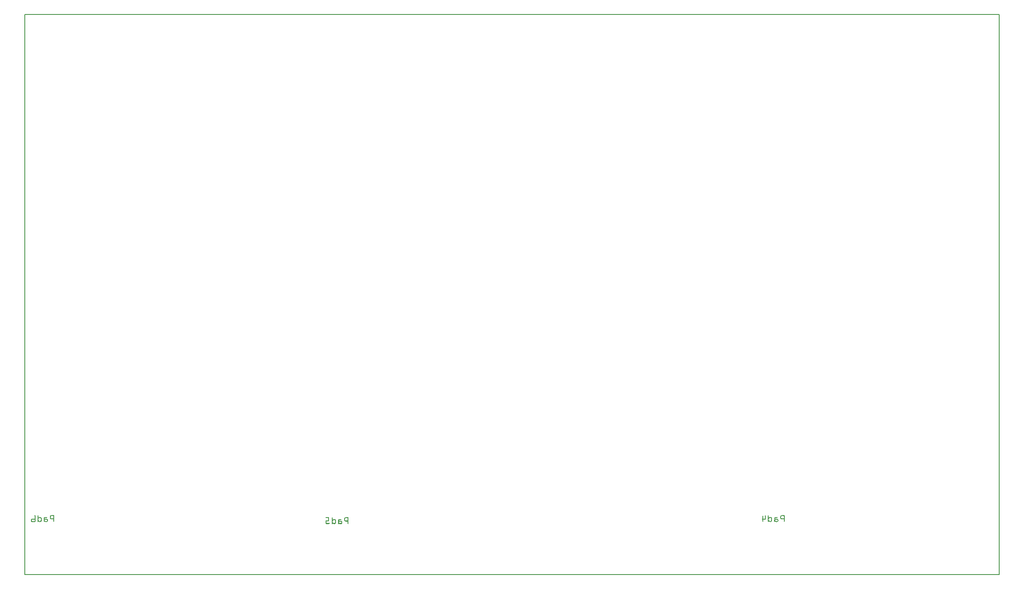
<source format=gbo>
G04 MADE WITH FRITZING*
G04 WWW.FRITZING.ORG*
G04 DOUBLE SIDED*
G04 HOLES PLATED*
G04 CONTOUR ON CENTER OF CONTOUR VECTOR*
%ASAXBY*%
%FSLAX23Y23*%
%MOIN*%
%OFA0B0*%
%SFA1.0B1.0*%
%ADD10R,7.868470X4.526980X7.852470X4.510980*%
%ADD11C,0.008000*%
%ADD12R,0.001000X0.001000*%
%LNSILK0*%
G90*
G70*
G54D11*
X4Y4523D02*
X7864Y4523D01*
X7864Y4D01*
X4Y4D01*
X4Y4523D01*
D02*
G54D12*
X83Y482D02*
X86Y482D01*
X216Y482D02*
X239Y482D01*
X6109Y482D02*
X6131Y482D01*
X81Y481D02*
X88Y481D01*
X107Y481D02*
X111Y481D01*
X212Y481D02*
X240Y481D01*
X5975Y481D02*
X5978Y481D01*
X5999Y481D02*
X6003Y481D01*
X6104Y481D02*
X6132Y481D01*
X80Y480D02*
X89Y480D01*
X106Y480D02*
X111Y480D01*
X210Y480D02*
X240Y480D01*
X5974Y480D02*
X5979Y480D01*
X5998Y480D02*
X6004Y480D01*
X6103Y480D02*
X6132Y480D01*
X80Y479D02*
X89Y479D01*
X106Y479D02*
X112Y479D01*
X209Y479D02*
X240Y479D01*
X5974Y479D02*
X5980Y479D01*
X5998Y479D02*
X6004Y479D01*
X6102Y479D02*
X6132Y479D01*
X80Y478D02*
X89Y478D01*
X106Y478D02*
X112Y478D01*
X208Y478D02*
X240Y478D01*
X5974Y478D02*
X5980Y478D01*
X5998Y478D02*
X6004Y478D01*
X6101Y478D02*
X6132Y478D01*
X80Y477D02*
X89Y477D01*
X106Y477D02*
X112Y477D01*
X208Y477D02*
X240Y477D01*
X5974Y477D02*
X5980Y477D01*
X5998Y477D02*
X6004Y477D01*
X6100Y477D02*
X6132Y477D01*
X81Y476D02*
X89Y476D01*
X106Y476D02*
X112Y476D01*
X207Y476D02*
X240Y476D01*
X5956Y476D02*
X5956Y476D01*
X5974Y476D02*
X5980Y476D01*
X5998Y476D02*
X6004Y476D01*
X6099Y476D02*
X6132Y476D01*
X83Y475D02*
X89Y475D01*
X106Y475D02*
X112Y475D01*
X207Y475D02*
X216Y475D01*
X233Y475D02*
X240Y475D01*
X5954Y475D02*
X5958Y475D01*
X5974Y475D02*
X5980Y475D01*
X5998Y475D02*
X6004Y475D01*
X6099Y475D02*
X6108Y475D01*
X6125Y475D02*
X6132Y475D01*
X83Y474D02*
X89Y474D01*
X106Y474D02*
X112Y474D01*
X206Y474D02*
X213Y474D01*
X234Y474D02*
X240Y474D01*
X5953Y474D02*
X5959Y474D01*
X5974Y474D02*
X5980Y474D01*
X5998Y474D02*
X6004Y474D01*
X6099Y474D02*
X6105Y474D01*
X6126Y474D02*
X6132Y474D01*
X83Y473D02*
X89Y473D01*
X106Y473D02*
X112Y473D01*
X206Y473D02*
X212Y473D01*
X234Y473D02*
X240Y473D01*
X5953Y473D02*
X5959Y473D01*
X5974Y473D02*
X5980Y473D01*
X5998Y473D02*
X6004Y473D01*
X6098Y473D02*
X6105Y473D01*
X6126Y473D02*
X6132Y473D01*
X83Y472D02*
X89Y472D01*
X106Y472D02*
X112Y472D01*
X206Y472D02*
X212Y472D01*
X234Y472D02*
X240Y472D01*
X5953Y472D02*
X5959Y472D01*
X5974Y472D02*
X5980Y472D01*
X5998Y472D02*
X6004Y472D01*
X6098Y472D02*
X6104Y472D01*
X6126Y472D02*
X6132Y472D01*
X83Y471D02*
X89Y471D01*
X106Y471D02*
X112Y471D01*
X206Y471D02*
X212Y471D01*
X234Y471D02*
X240Y471D01*
X5953Y471D02*
X5959Y471D01*
X5974Y471D02*
X5980Y471D01*
X5998Y471D02*
X6004Y471D01*
X6098Y471D02*
X6104Y471D01*
X6126Y471D02*
X6132Y471D01*
X83Y470D02*
X89Y470D01*
X106Y470D02*
X112Y470D01*
X206Y470D02*
X212Y470D01*
X234Y470D02*
X240Y470D01*
X5953Y470D02*
X5959Y470D01*
X5974Y470D02*
X5980Y470D01*
X5998Y470D02*
X6004Y470D01*
X6098Y470D02*
X6104Y470D01*
X6126Y470D02*
X6132Y470D01*
X83Y469D02*
X89Y469D01*
X106Y469D02*
X112Y469D01*
X206Y469D02*
X212Y469D01*
X234Y469D02*
X240Y469D01*
X5953Y469D02*
X5959Y469D01*
X5974Y469D02*
X5980Y469D01*
X5998Y469D02*
X6004Y469D01*
X6098Y469D02*
X6104Y469D01*
X6126Y469D02*
X6132Y469D01*
X83Y468D02*
X89Y468D01*
X106Y468D02*
X112Y468D01*
X206Y468D02*
X212Y468D01*
X234Y468D02*
X240Y468D01*
X5953Y468D02*
X5959Y468D01*
X5974Y468D02*
X5980Y468D01*
X5998Y468D02*
X6004Y468D01*
X6098Y468D02*
X6104Y468D01*
X6126Y468D02*
X6132Y468D01*
X83Y467D02*
X89Y467D01*
X106Y467D02*
X112Y467D01*
X120Y467D02*
X129Y467D01*
X165Y467D02*
X180Y467D01*
X206Y467D02*
X212Y467D01*
X234Y467D02*
X240Y467D01*
X5953Y467D02*
X5959Y467D01*
X5974Y467D02*
X5980Y467D01*
X5998Y467D02*
X6004Y467D01*
X6012Y467D02*
X6021Y467D01*
X6057Y467D02*
X6073Y467D01*
X6098Y467D02*
X6104Y467D01*
X6126Y467D02*
X6132Y467D01*
X83Y466D02*
X89Y466D01*
X106Y466D02*
X112Y466D01*
X117Y466D02*
X131Y466D01*
X162Y466D02*
X182Y466D01*
X206Y466D02*
X212Y466D01*
X234Y466D02*
X240Y466D01*
X5953Y466D02*
X5959Y466D01*
X5974Y466D02*
X5980Y466D01*
X5998Y466D02*
X6004Y466D01*
X6009Y466D02*
X6024Y466D01*
X6054Y466D02*
X6074Y466D01*
X6098Y466D02*
X6104Y466D01*
X6126Y466D02*
X6132Y466D01*
X83Y465D02*
X89Y465D01*
X106Y465D02*
X112Y465D01*
X116Y465D02*
X133Y465D01*
X161Y465D02*
X182Y465D01*
X206Y465D02*
X212Y465D01*
X234Y465D02*
X240Y465D01*
X2432Y465D02*
X2457Y465D01*
X2483Y465D02*
X2484Y465D01*
X2589Y465D02*
X2614Y465D01*
X5953Y465D02*
X5959Y465D01*
X5974Y465D02*
X5980Y465D01*
X5998Y465D02*
X6004Y465D01*
X6008Y465D02*
X6025Y465D01*
X6053Y465D02*
X6075Y465D01*
X6098Y465D02*
X6104Y465D01*
X6126Y465D02*
X6132Y465D01*
X83Y464D02*
X89Y464D01*
X106Y464D02*
X112Y464D01*
X114Y464D02*
X134Y464D01*
X160Y464D02*
X182Y464D01*
X206Y464D02*
X212Y464D01*
X234Y464D02*
X240Y464D01*
X2431Y464D02*
X2457Y464D01*
X2481Y464D02*
X2486Y464D01*
X2586Y464D02*
X2614Y464D01*
X5953Y464D02*
X5959Y464D01*
X5974Y464D02*
X5980Y464D01*
X5998Y464D02*
X6004Y464D01*
X6007Y464D02*
X6026Y464D01*
X6052Y464D02*
X6075Y464D01*
X6098Y464D02*
X6104Y464D01*
X6126Y464D02*
X6132Y464D01*
X83Y463D02*
X89Y463D01*
X106Y463D02*
X135Y463D01*
X159Y463D02*
X182Y463D01*
X206Y463D02*
X212Y463D01*
X234Y463D02*
X240Y463D01*
X2431Y463D02*
X2457Y463D01*
X2481Y463D02*
X2486Y463D01*
X2585Y463D02*
X2614Y463D01*
X5953Y463D02*
X5959Y463D01*
X5974Y463D02*
X5980Y463D01*
X5998Y463D02*
X6027Y463D01*
X6051Y463D02*
X6075Y463D01*
X6098Y463D02*
X6104Y463D01*
X6126Y463D02*
X6132Y463D01*
X83Y462D02*
X89Y462D01*
X106Y462D02*
X136Y462D01*
X158Y462D02*
X182Y462D01*
X206Y462D02*
X212Y462D01*
X234Y462D02*
X240Y462D01*
X2430Y462D02*
X2457Y462D01*
X2481Y462D02*
X2486Y462D01*
X2584Y462D02*
X2614Y462D01*
X5953Y462D02*
X5959Y462D01*
X5974Y462D02*
X5980Y462D01*
X5998Y462D02*
X6028Y462D01*
X6050Y462D02*
X6074Y462D01*
X6098Y462D02*
X6104Y462D01*
X6126Y462D02*
X6132Y462D01*
X83Y461D02*
X89Y461D01*
X106Y461D02*
X137Y461D01*
X158Y461D02*
X181Y461D01*
X206Y461D02*
X212Y461D01*
X234Y461D02*
X240Y461D01*
X2430Y461D02*
X2457Y461D01*
X2480Y461D02*
X2487Y461D01*
X2583Y461D02*
X2614Y461D01*
X5953Y461D02*
X5959Y461D01*
X5974Y461D02*
X5980Y461D01*
X5998Y461D02*
X6029Y461D01*
X6050Y461D02*
X6073Y461D01*
X6098Y461D02*
X6104Y461D01*
X6126Y461D02*
X6132Y461D01*
X83Y460D02*
X89Y460D01*
X106Y460D02*
X120Y460D01*
X129Y460D02*
X138Y460D01*
X157Y460D02*
X165Y460D01*
X206Y460D02*
X212Y460D01*
X234Y460D02*
X240Y460D01*
X2431Y460D02*
X2457Y460D01*
X2480Y460D02*
X2487Y460D01*
X2582Y460D02*
X2614Y460D01*
X5953Y460D02*
X5959Y460D01*
X5974Y460D02*
X5980Y460D01*
X5998Y460D02*
X6012Y460D01*
X6021Y460D02*
X6030Y460D01*
X6049Y460D02*
X6057Y460D01*
X6098Y460D02*
X6104Y460D01*
X6126Y460D02*
X6132Y460D01*
X83Y459D02*
X89Y459D01*
X106Y459D02*
X118Y459D01*
X130Y459D02*
X138Y459D01*
X157Y459D02*
X164Y459D01*
X206Y459D02*
X212Y459D01*
X234Y459D02*
X240Y459D01*
X2432Y459D02*
X2457Y459D01*
X2480Y459D02*
X2487Y459D01*
X2582Y459D02*
X2614Y459D01*
X5953Y459D02*
X5959Y459D01*
X5974Y459D02*
X5980Y459D01*
X5998Y459D02*
X6011Y459D01*
X6022Y459D02*
X6031Y459D01*
X6049Y459D02*
X6056Y459D01*
X6098Y459D02*
X6104Y459D01*
X6126Y459D02*
X6132Y459D01*
X83Y458D02*
X89Y458D01*
X106Y458D02*
X117Y458D01*
X131Y458D02*
X139Y458D01*
X157Y458D02*
X163Y458D01*
X206Y458D02*
X212Y458D01*
X234Y458D02*
X240Y458D01*
X2451Y458D02*
X2457Y458D01*
X2480Y458D02*
X2487Y458D01*
X2581Y458D02*
X2589Y458D01*
X2608Y458D02*
X2614Y458D01*
X5953Y458D02*
X5959Y458D01*
X5974Y458D02*
X5980Y458D01*
X5998Y458D02*
X6009Y458D01*
X6024Y458D02*
X6031Y458D01*
X6049Y458D02*
X6055Y458D01*
X6098Y458D02*
X6105Y458D01*
X6126Y458D02*
X6132Y458D01*
X83Y457D02*
X89Y457D01*
X106Y457D02*
X116Y457D01*
X132Y457D02*
X139Y457D01*
X157Y457D02*
X163Y457D01*
X206Y457D02*
X213Y457D01*
X234Y457D02*
X240Y457D01*
X2451Y457D02*
X2457Y457D01*
X2480Y457D02*
X2487Y457D01*
X2581Y457D02*
X2588Y457D01*
X2608Y457D02*
X2614Y457D01*
X5953Y457D02*
X5959Y457D01*
X5974Y457D02*
X5980Y457D01*
X5998Y457D02*
X6008Y457D01*
X6024Y457D02*
X6031Y457D01*
X6049Y457D02*
X6055Y457D01*
X6099Y457D02*
X6105Y457D01*
X6126Y457D02*
X6132Y457D01*
X83Y456D02*
X89Y456D01*
X106Y456D02*
X115Y456D01*
X133Y456D02*
X139Y456D01*
X157Y456D02*
X163Y456D01*
X207Y456D02*
X214Y456D01*
X234Y456D02*
X240Y456D01*
X2451Y456D02*
X2457Y456D01*
X2480Y456D02*
X2487Y456D01*
X2581Y456D02*
X2587Y456D01*
X2608Y456D02*
X2614Y456D01*
X5953Y456D02*
X5959Y456D01*
X5974Y456D02*
X5980Y456D01*
X5998Y456D02*
X6007Y456D01*
X6025Y456D02*
X6031Y456D01*
X6049Y456D02*
X6055Y456D01*
X6099Y456D02*
X6106Y456D01*
X6126Y456D02*
X6132Y456D01*
X83Y455D02*
X89Y455D01*
X106Y455D02*
X114Y455D01*
X133Y455D02*
X139Y455D01*
X157Y455D02*
X163Y455D01*
X207Y455D02*
X240Y455D01*
X2451Y455D02*
X2457Y455D01*
X2480Y455D02*
X2487Y455D01*
X2581Y455D02*
X2587Y455D01*
X2608Y455D02*
X2614Y455D01*
X5953Y455D02*
X5959Y455D01*
X5974Y455D02*
X5980Y455D01*
X5998Y455D02*
X6006Y455D01*
X6025Y455D02*
X6031Y455D01*
X6049Y455D02*
X6055Y455D01*
X6099Y455D02*
X6132Y455D01*
X83Y454D02*
X89Y454D01*
X106Y454D02*
X113Y454D01*
X133Y454D02*
X139Y454D01*
X157Y454D02*
X163Y454D01*
X207Y454D02*
X240Y454D01*
X2451Y454D02*
X2457Y454D01*
X2480Y454D02*
X2487Y454D01*
X2581Y454D02*
X2587Y454D01*
X2608Y454D02*
X2614Y454D01*
X5953Y454D02*
X5959Y454D01*
X5974Y454D02*
X5980Y454D01*
X5998Y454D02*
X6005Y454D01*
X6025Y454D02*
X6031Y454D01*
X6049Y454D02*
X6055Y454D01*
X6100Y454D02*
X6132Y454D01*
X83Y453D02*
X89Y453D01*
X106Y453D02*
X112Y453D01*
X133Y453D02*
X139Y453D01*
X157Y453D02*
X163Y453D01*
X208Y453D02*
X240Y453D01*
X2451Y453D02*
X2457Y453D01*
X2480Y453D02*
X2487Y453D01*
X2581Y453D02*
X2587Y453D01*
X2608Y453D02*
X2614Y453D01*
X5953Y453D02*
X5959Y453D01*
X5974Y453D02*
X5980Y453D01*
X5998Y453D02*
X6004Y453D01*
X6025Y453D02*
X6031Y453D01*
X6049Y453D02*
X6055Y453D01*
X6100Y453D02*
X6132Y453D01*
X57Y452D02*
X89Y452D01*
X106Y452D02*
X112Y452D01*
X133Y452D02*
X139Y452D01*
X157Y452D02*
X182Y452D01*
X209Y452D02*
X240Y452D01*
X2451Y452D02*
X2457Y452D01*
X2480Y452D02*
X2487Y452D01*
X2581Y452D02*
X2587Y452D01*
X2608Y452D02*
X2614Y452D01*
X5951Y452D02*
X5980Y452D01*
X5998Y452D02*
X6004Y452D01*
X6025Y452D02*
X6031Y452D01*
X6049Y452D02*
X6075Y452D01*
X6101Y452D02*
X6132Y452D01*
X56Y451D02*
X89Y451D01*
X106Y451D02*
X112Y451D01*
X133Y451D02*
X139Y451D01*
X157Y451D02*
X185Y451D01*
X210Y451D02*
X240Y451D01*
X2451Y451D02*
X2457Y451D01*
X2480Y451D02*
X2487Y451D01*
X2581Y451D02*
X2587Y451D01*
X2608Y451D02*
X2614Y451D01*
X5950Y451D02*
X5980Y451D01*
X5998Y451D02*
X6004Y451D01*
X6025Y451D02*
X6031Y451D01*
X6049Y451D02*
X6077Y451D01*
X6102Y451D02*
X6132Y451D01*
X56Y450D02*
X89Y450D01*
X106Y450D02*
X112Y450D01*
X133Y450D02*
X139Y450D01*
X156Y450D02*
X186Y450D01*
X211Y450D02*
X240Y450D01*
X2451Y450D02*
X2457Y450D01*
X2480Y450D02*
X2487Y450D01*
X2493Y450D02*
X2505Y450D01*
X2538Y450D02*
X2556Y450D01*
X2581Y450D02*
X2587Y450D01*
X2608Y450D02*
X2614Y450D01*
X5950Y450D02*
X5980Y450D01*
X5998Y450D02*
X6004Y450D01*
X6025Y450D02*
X6031Y450D01*
X6049Y450D02*
X6078Y450D01*
X6104Y450D02*
X6132Y450D01*
X55Y449D02*
X89Y449D01*
X106Y449D02*
X112Y449D01*
X133Y449D02*
X139Y449D01*
X156Y449D02*
X187Y449D01*
X213Y449D02*
X240Y449D01*
X2451Y449D02*
X2457Y449D01*
X2480Y449D02*
X2487Y449D01*
X2491Y449D02*
X2507Y449D01*
X2536Y449D02*
X2557Y449D01*
X2581Y449D02*
X2587Y449D01*
X2608Y449D02*
X2614Y449D01*
X5949Y449D02*
X5980Y449D01*
X5998Y449D02*
X6004Y449D01*
X6025Y449D02*
X6031Y449D01*
X6049Y449D02*
X6079Y449D01*
X6106Y449D02*
X6132Y449D01*
X55Y448D02*
X89Y448D01*
X106Y448D02*
X112Y448D01*
X133Y448D02*
X139Y448D01*
X156Y448D02*
X188Y448D01*
X234Y448D02*
X240Y448D01*
X2451Y448D02*
X2457Y448D01*
X2480Y448D02*
X2487Y448D01*
X2490Y448D02*
X2508Y448D01*
X2535Y448D02*
X2557Y448D01*
X2581Y448D02*
X2587Y448D01*
X2608Y448D02*
X2614Y448D01*
X5950Y448D02*
X5980Y448D01*
X5998Y448D02*
X6004Y448D01*
X6025Y448D02*
X6031Y448D01*
X6049Y448D02*
X6080Y448D01*
X6126Y448D02*
X6132Y448D01*
X55Y447D02*
X89Y447D01*
X106Y447D02*
X112Y447D01*
X133Y447D02*
X139Y447D01*
X156Y447D02*
X188Y447D01*
X234Y447D02*
X240Y447D01*
X2451Y447D02*
X2457Y447D01*
X2480Y447D02*
X2487Y447D01*
X2489Y447D02*
X2509Y447D01*
X2534Y447D02*
X2557Y447D01*
X2581Y447D02*
X2587Y447D01*
X2608Y447D02*
X2614Y447D01*
X5950Y447D02*
X5980Y447D01*
X5998Y447D02*
X6004Y447D01*
X6025Y447D02*
X6031Y447D01*
X6049Y447D02*
X6080Y447D01*
X6126Y447D02*
X6132Y447D01*
X55Y446D02*
X89Y446D01*
X106Y446D02*
X112Y446D01*
X133Y446D02*
X139Y446D01*
X156Y446D02*
X189Y446D01*
X234Y446D02*
X240Y446D01*
X2451Y446D02*
X2457Y446D01*
X2480Y446D02*
X2510Y446D01*
X2533Y446D02*
X2557Y446D01*
X2581Y446D02*
X2587Y446D01*
X2608Y446D02*
X2614Y446D01*
X5951Y446D02*
X5980Y446D01*
X5998Y446D02*
X6004Y446D01*
X6025Y446D02*
X6031Y446D01*
X6049Y446D02*
X6081Y446D01*
X6126Y446D02*
X6132Y446D01*
X55Y445D02*
X61Y445D01*
X83Y445D02*
X89Y445D01*
X106Y445D02*
X112Y445D01*
X133Y445D02*
X139Y445D01*
X156Y445D02*
X164Y445D01*
X182Y445D02*
X189Y445D01*
X234Y445D02*
X240Y445D01*
X2451Y445D02*
X2457Y445D01*
X2480Y445D02*
X2511Y445D01*
X2533Y445D02*
X2557Y445D01*
X2581Y445D02*
X2587Y445D01*
X2608Y445D02*
X2614Y445D01*
X5953Y445D02*
X5959Y445D01*
X5998Y445D02*
X6004Y445D01*
X6025Y445D02*
X6031Y445D01*
X6049Y445D02*
X6056Y445D01*
X6074Y445D02*
X6081Y445D01*
X6126Y445D02*
X6132Y445D01*
X55Y444D02*
X61Y444D01*
X83Y444D02*
X89Y444D01*
X106Y444D02*
X112Y444D01*
X133Y444D02*
X139Y444D01*
X156Y444D02*
X163Y444D01*
X183Y444D02*
X189Y444D01*
X234Y444D02*
X240Y444D01*
X2451Y444D02*
X2457Y444D01*
X2480Y444D02*
X2512Y444D01*
X2532Y444D02*
X2555Y444D01*
X2581Y444D02*
X2587Y444D01*
X2608Y444D02*
X2614Y444D01*
X5953Y444D02*
X5959Y444D01*
X5998Y444D02*
X6004Y444D01*
X6025Y444D02*
X6031Y444D01*
X6049Y444D02*
X6055Y444D01*
X6075Y444D02*
X6081Y444D01*
X6126Y444D02*
X6132Y444D01*
X55Y443D02*
X61Y443D01*
X83Y443D02*
X89Y443D01*
X106Y443D02*
X112Y443D01*
X133Y443D02*
X139Y443D01*
X156Y443D02*
X162Y443D01*
X183Y443D02*
X189Y443D01*
X234Y443D02*
X240Y443D01*
X2451Y443D02*
X2457Y443D01*
X2480Y443D02*
X2494Y443D01*
X2504Y443D02*
X2513Y443D01*
X2532Y443D02*
X2539Y443D01*
X2581Y443D02*
X2587Y443D01*
X2608Y443D02*
X2614Y443D01*
X5953Y443D02*
X5959Y443D01*
X5998Y443D02*
X6004Y443D01*
X6025Y443D02*
X6031Y443D01*
X6048Y443D02*
X6055Y443D01*
X6075Y443D02*
X6082Y443D01*
X6126Y443D02*
X6132Y443D01*
X55Y442D02*
X61Y442D01*
X83Y442D02*
X89Y442D01*
X106Y442D02*
X112Y442D01*
X133Y442D02*
X139Y442D01*
X156Y442D02*
X162Y442D01*
X183Y442D02*
X189Y442D01*
X234Y442D02*
X240Y442D01*
X2451Y442D02*
X2457Y442D01*
X2480Y442D02*
X2493Y442D01*
X2505Y442D02*
X2513Y442D01*
X2532Y442D02*
X2538Y442D01*
X2581Y442D02*
X2587Y442D01*
X2608Y442D02*
X2614Y442D01*
X5953Y442D02*
X5959Y442D01*
X5998Y442D02*
X6004Y442D01*
X6025Y442D02*
X6031Y442D01*
X6048Y442D02*
X6055Y442D01*
X6076Y442D02*
X6082Y442D01*
X6126Y442D02*
X6132Y442D01*
X55Y441D02*
X61Y441D01*
X83Y441D02*
X89Y441D01*
X106Y441D02*
X113Y441D01*
X133Y441D02*
X139Y441D01*
X156Y441D02*
X162Y441D01*
X183Y441D02*
X189Y441D01*
X234Y441D02*
X240Y441D01*
X2434Y441D02*
X2457Y441D01*
X2480Y441D02*
X2492Y441D01*
X2506Y441D02*
X2514Y441D01*
X2532Y441D02*
X2538Y441D01*
X2581Y441D02*
X2587Y441D01*
X2608Y441D02*
X2614Y441D01*
X5953Y441D02*
X5959Y441D01*
X5998Y441D02*
X6005Y441D01*
X6025Y441D02*
X6031Y441D01*
X6048Y441D02*
X6055Y441D01*
X6076Y441D02*
X6082Y441D01*
X6126Y441D02*
X6132Y441D01*
X55Y440D02*
X61Y440D01*
X83Y440D02*
X89Y440D01*
X106Y440D02*
X114Y440D01*
X133Y440D02*
X139Y440D01*
X156Y440D02*
X162Y440D01*
X183Y440D02*
X189Y440D01*
X234Y440D02*
X240Y440D01*
X2433Y440D02*
X2457Y440D01*
X2480Y440D02*
X2490Y440D01*
X2507Y440D02*
X2514Y440D01*
X2532Y440D02*
X2538Y440D01*
X2581Y440D02*
X2588Y440D01*
X2608Y440D02*
X2614Y440D01*
X5953Y440D02*
X5959Y440D01*
X5998Y440D02*
X6006Y440D01*
X6025Y440D02*
X6031Y440D01*
X6048Y440D02*
X6055Y440D01*
X6076Y440D02*
X6082Y440D01*
X6126Y440D02*
X6132Y440D01*
X55Y439D02*
X61Y439D01*
X83Y439D02*
X89Y439D01*
X106Y439D02*
X115Y439D01*
X133Y439D02*
X139Y439D01*
X156Y439D02*
X163Y439D01*
X183Y439D02*
X189Y439D01*
X234Y439D02*
X240Y439D01*
X2432Y439D02*
X2457Y439D01*
X2480Y439D02*
X2489Y439D01*
X2508Y439D02*
X2514Y439D01*
X2532Y439D02*
X2538Y439D01*
X2581Y439D02*
X2590Y439D01*
X2608Y439D02*
X2614Y439D01*
X5953Y439D02*
X5959Y439D01*
X5998Y439D02*
X6007Y439D01*
X6025Y439D02*
X6031Y439D01*
X6048Y439D02*
X6055Y439D01*
X6076Y439D02*
X6082Y439D01*
X6126Y439D02*
X6132Y439D01*
X55Y438D02*
X61Y438D01*
X83Y438D02*
X89Y438D01*
X106Y438D02*
X116Y438D01*
X132Y438D02*
X139Y438D01*
X156Y438D02*
X164Y438D01*
X183Y438D02*
X189Y438D01*
X234Y438D02*
X240Y438D01*
X2431Y438D02*
X2457Y438D01*
X2480Y438D02*
X2488Y438D01*
X2508Y438D02*
X2514Y438D01*
X2532Y438D02*
X2538Y438D01*
X2582Y438D02*
X2614Y438D01*
X5953Y438D02*
X5959Y438D01*
X5998Y438D02*
X6008Y438D01*
X6024Y438D02*
X6031Y438D01*
X6048Y438D02*
X6057Y438D01*
X6076Y438D02*
X6082Y438D01*
X6126Y438D02*
X6132Y438D01*
X55Y437D02*
X61Y437D01*
X83Y437D02*
X89Y437D01*
X106Y437D02*
X117Y437D01*
X131Y437D02*
X139Y437D01*
X156Y437D02*
X166Y437D01*
X183Y437D02*
X189Y437D01*
X234Y437D02*
X240Y437D01*
X2431Y437D02*
X2457Y437D01*
X2480Y437D02*
X2487Y437D01*
X2508Y437D02*
X2514Y437D01*
X2531Y437D02*
X2538Y437D01*
X2582Y437D02*
X2614Y437D01*
X5953Y437D02*
X5959Y437D01*
X5998Y437D02*
X6010Y437D01*
X6023Y437D02*
X6031Y437D01*
X6048Y437D02*
X6058Y437D01*
X6075Y437D02*
X6082Y437D01*
X6126Y437D02*
X6132Y437D01*
X55Y436D02*
X61Y436D01*
X83Y436D02*
X89Y436D01*
X106Y436D02*
X119Y436D01*
X130Y436D02*
X138Y436D01*
X156Y436D02*
X168Y436D01*
X182Y436D02*
X189Y436D01*
X234Y436D02*
X240Y436D01*
X2430Y436D02*
X2457Y436D01*
X2480Y436D02*
X2487Y436D01*
X2508Y436D02*
X2514Y436D01*
X2531Y436D02*
X2538Y436D01*
X2583Y436D02*
X2614Y436D01*
X5953Y436D02*
X5959Y436D01*
X5998Y436D02*
X6011Y436D01*
X6022Y436D02*
X6031Y436D01*
X6048Y436D02*
X6060Y436D01*
X6075Y436D02*
X6081Y436D01*
X6126Y436D02*
X6132Y436D01*
X55Y435D02*
X62Y435D01*
X83Y435D02*
X89Y435D01*
X106Y435D02*
X120Y435D01*
X128Y435D02*
X138Y435D01*
X156Y435D02*
X170Y435D01*
X181Y435D02*
X189Y435D01*
X234Y435D02*
X240Y435D01*
X2430Y435D02*
X2457Y435D01*
X2480Y435D02*
X2487Y435D01*
X2508Y435D02*
X2514Y435D01*
X2531Y435D02*
X2558Y435D01*
X2584Y435D02*
X2614Y435D01*
X5953Y435D02*
X5959Y435D01*
X5998Y435D02*
X6013Y435D01*
X6020Y435D02*
X6030Y435D01*
X6048Y435D02*
X6062Y435D01*
X6073Y435D02*
X6081Y435D01*
X6126Y435D02*
X6132Y435D01*
X55Y434D02*
X89Y434D01*
X106Y434D02*
X137Y434D01*
X156Y434D02*
X188Y434D01*
X234Y434D02*
X240Y434D01*
X2430Y434D02*
X2436Y434D01*
X2480Y434D02*
X2487Y434D01*
X2508Y434D02*
X2514Y434D01*
X2531Y434D02*
X2560Y434D01*
X2585Y434D02*
X2614Y434D01*
X5953Y434D02*
X5959Y434D01*
X5998Y434D02*
X6029Y434D01*
X6048Y434D02*
X6081Y434D01*
X6126Y434D02*
X6132Y434D01*
X55Y433D02*
X89Y433D01*
X106Y433D02*
X136Y433D01*
X156Y433D02*
X188Y433D01*
X234Y433D02*
X240Y433D01*
X2430Y433D02*
X2436Y433D01*
X2480Y433D02*
X2487Y433D01*
X2508Y433D02*
X2514Y433D01*
X2531Y433D02*
X2561Y433D01*
X2587Y433D02*
X2614Y433D01*
X5953Y433D02*
X5959Y433D01*
X5998Y433D02*
X6028Y433D01*
X6048Y433D02*
X6080Y433D01*
X6126Y433D02*
X6132Y433D01*
X55Y432D02*
X89Y432D01*
X106Y432D02*
X135Y432D01*
X156Y432D02*
X187Y432D01*
X234Y432D02*
X240Y432D01*
X2430Y432D02*
X2436Y432D01*
X2480Y432D02*
X2487Y432D01*
X2508Y432D02*
X2514Y432D01*
X2531Y432D02*
X2562Y432D01*
X2590Y432D02*
X2614Y432D01*
X5953Y432D02*
X5959Y432D01*
X5998Y432D02*
X6027Y432D01*
X6048Y432D02*
X6080Y432D01*
X6126Y432D02*
X6132Y432D01*
X56Y431D02*
X89Y431D01*
X106Y431D02*
X112Y431D01*
X114Y431D02*
X134Y431D01*
X156Y431D02*
X186Y431D01*
X234Y431D02*
X240Y431D01*
X2430Y431D02*
X2436Y431D01*
X2480Y431D02*
X2487Y431D01*
X2508Y431D02*
X2514Y431D01*
X2531Y431D02*
X2563Y431D01*
X2608Y431D02*
X2614Y431D01*
X5953Y431D02*
X5959Y431D01*
X5998Y431D02*
X6004Y431D01*
X6007Y431D02*
X6026Y431D01*
X6048Y431D02*
X6054Y431D01*
X6056Y431D02*
X6079Y431D01*
X6126Y431D02*
X6132Y431D01*
X56Y430D02*
X89Y430D01*
X106Y430D02*
X111Y430D01*
X116Y430D02*
X133Y430D01*
X156Y430D02*
X162Y430D01*
X165Y430D02*
X185Y430D01*
X234Y430D02*
X239Y430D01*
X2430Y430D02*
X2436Y430D01*
X2480Y430D02*
X2487Y430D01*
X2508Y430D02*
X2514Y430D01*
X2531Y430D02*
X2563Y430D01*
X2608Y430D02*
X2614Y430D01*
X5953Y430D02*
X5959Y430D01*
X5998Y430D02*
X6004Y430D01*
X6008Y430D02*
X6025Y430D01*
X6048Y430D02*
X6054Y430D01*
X6057Y430D02*
X6078Y430D01*
X6126Y430D02*
X6132Y430D01*
X56Y429D02*
X88Y429D01*
X107Y429D02*
X111Y429D01*
X117Y429D02*
X131Y429D01*
X157Y429D02*
X161Y429D01*
X167Y429D02*
X184Y429D01*
X235Y429D02*
X239Y429D01*
X2430Y429D02*
X2436Y429D01*
X2480Y429D02*
X2487Y429D01*
X2508Y429D02*
X2514Y429D01*
X2531Y429D02*
X2564Y429D01*
X2608Y429D02*
X2614Y429D01*
X5954Y429D02*
X5958Y429D01*
X5999Y429D02*
X6003Y429D01*
X6010Y429D02*
X6023Y429D01*
X6049Y429D02*
X6053Y429D01*
X6059Y429D02*
X6076Y429D01*
X6127Y429D02*
X6131Y429D01*
X58Y428D02*
X86Y428D01*
X108Y428D02*
X109Y428D01*
X121Y428D02*
X128Y428D01*
X159Y428D02*
X159Y428D01*
X169Y428D02*
X180Y428D01*
X236Y428D02*
X237Y428D01*
X2430Y428D02*
X2436Y428D01*
X2480Y428D02*
X2487Y428D01*
X2508Y428D02*
X2514Y428D01*
X2531Y428D02*
X2538Y428D01*
X2557Y428D02*
X2564Y428D01*
X2608Y428D02*
X2614Y428D01*
X5956Y428D02*
X5956Y428D01*
X6001Y428D02*
X6001Y428D01*
X6013Y428D02*
X6020Y428D01*
X6051Y428D02*
X6051Y428D01*
X6061Y428D02*
X6073Y428D01*
X6129Y428D02*
X6129Y428D01*
X2430Y427D02*
X2436Y427D01*
X2480Y427D02*
X2487Y427D01*
X2508Y427D02*
X2514Y427D01*
X2531Y427D02*
X2538Y427D01*
X2558Y427D02*
X2564Y427D01*
X2608Y427D02*
X2614Y427D01*
X2430Y426D02*
X2436Y426D01*
X2480Y426D02*
X2487Y426D01*
X2508Y426D02*
X2514Y426D01*
X2531Y426D02*
X2537Y426D01*
X2558Y426D02*
X2564Y426D01*
X2608Y426D02*
X2614Y426D01*
X2430Y425D02*
X2436Y425D01*
X2480Y425D02*
X2487Y425D01*
X2508Y425D02*
X2514Y425D01*
X2531Y425D02*
X2537Y425D01*
X2558Y425D02*
X2564Y425D01*
X2608Y425D02*
X2614Y425D01*
X2430Y424D02*
X2436Y424D01*
X2480Y424D02*
X2488Y424D01*
X2508Y424D02*
X2514Y424D01*
X2531Y424D02*
X2537Y424D01*
X2558Y424D02*
X2564Y424D01*
X2608Y424D02*
X2614Y424D01*
X2430Y423D02*
X2436Y423D01*
X2480Y423D02*
X2489Y423D01*
X2508Y423D02*
X2514Y423D01*
X2531Y423D02*
X2537Y423D01*
X2558Y423D02*
X2564Y423D01*
X2608Y423D02*
X2614Y423D01*
X2430Y422D02*
X2436Y422D01*
X2480Y422D02*
X2490Y422D01*
X2508Y422D02*
X2514Y422D01*
X2531Y422D02*
X2538Y422D01*
X2558Y422D02*
X2564Y422D01*
X2608Y422D02*
X2614Y422D01*
X2430Y421D02*
X2436Y421D01*
X2461Y421D02*
X2461Y421D01*
X2480Y421D02*
X2491Y421D01*
X2507Y421D02*
X2514Y421D01*
X2531Y421D02*
X2540Y421D01*
X2558Y421D02*
X2564Y421D01*
X2608Y421D02*
X2614Y421D01*
X2430Y420D02*
X2436Y420D01*
X2458Y420D02*
X2463Y420D01*
X2480Y420D02*
X2493Y420D01*
X2506Y420D02*
X2513Y420D01*
X2531Y420D02*
X2542Y420D01*
X2558Y420D02*
X2564Y420D01*
X2608Y420D02*
X2614Y420D01*
X2430Y419D02*
X2436Y419D01*
X2456Y419D02*
X2464Y419D01*
X2480Y419D02*
X2494Y419D01*
X2504Y419D02*
X2513Y419D01*
X2531Y419D02*
X2543Y419D01*
X2557Y419D02*
X2564Y419D01*
X2608Y419D02*
X2614Y419D01*
X2430Y418D02*
X2464Y418D01*
X2480Y418D02*
X2512Y418D01*
X2531Y418D02*
X2564Y418D01*
X2608Y418D02*
X2614Y418D01*
X2430Y417D02*
X2464Y417D01*
X2480Y417D02*
X2512Y417D01*
X2531Y417D02*
X2563Y417D01*
X2608Y417D02*
X2614Y417D01*
X2431Y416D02*
X2464Y416D01*
X2480Y416D02*
X2511Y416D01*
X2531Y416D02*
X2563Y416D01*
X2608Y416D02*
X2614Y416D01*
X2431Y415D02*
X2463Y415D01*
X2481Y415D02*
X2510Y415D01*
X2531Y415D02*
X2562Y415D01*
X2608Y415D02*
X2614Y415D01*
X2432Y414D02*
X2461Y414D01*
X2481Y414D02*
X2486Y414D01*
X2490Y414D02*
X2508Y414D01*
X2531Y414D02*
X2537Y414D01*
X2539Y414D02*
X2561Y414D01*
X2609Y414D02*
X2614Y414D01*
X2433Y413D02*
X2459Y413D01*
X2481Y413D02*
X2486Y413D01*
X2491Y413D02*
X2507Y413D01*
X2531Y413D02*
X2536Y413D01*
X2541Y413D02*
X2560Y413D01*
X2609Y413D02*
X2614Y413D01*
X2434Y412D02*
X2456Y412D01*
X2482Y412D02*
X2485Y412D01*
X2493Y412D02*
X2505Y412D01*
X2532Y412D02*
X2535Y412D01*
X2542Y412D02*
X2558Y412D01*
X2610Y412D02*
X2613Y412D01*
D02*
G04 End of Silk0*
M02*
</source>
